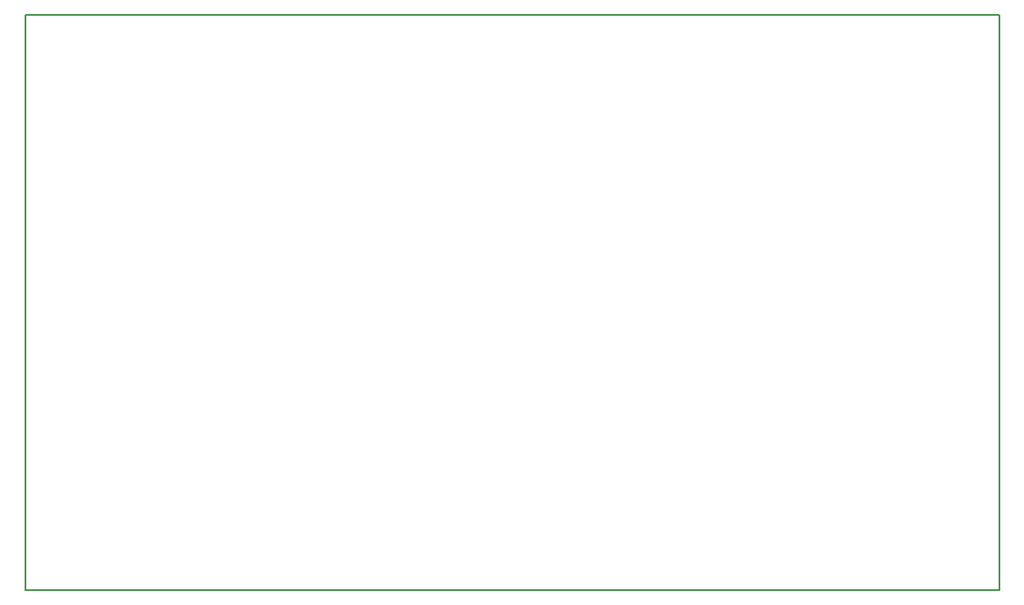
<source format=gbr>
G04 #@! TF.GenerationSoftware,KiCad,Pcbnew,(5.1.2)-1*
G04 #@! TF.CreationDate,2019-06-05T20:45:29-04:00*
G04 #@! TF.ProjectId,riser,72697365-722e-46b6-9963-61645f706362,rev?*
G04 #@! TF.SameCoordinates,Original*
G04 #@! TF.FileFunction,Profile,NP*
%FSLAX46Y46*%
G04 Gerber Fmt 4.6, Leading zero omitted, Abs format (unit mm)*
G04 Created by KiCad (PCBNEW (5.1.2)-1) date 2019-06-05 20:45:29*
%MOMM*%
%LPD*%
G04 APERTURE LIST*
%ADD10C,0.150000*%
G04 APERTURE END LIST*
D10*
X185000000Y-68000000D02*
X91000000Y-68000000D01*
X185000000Y-123500000D02*
X185000000Y-68000000D01*
X91000000Y-123500000D02*
X185000000Y-123500000D01*
X91000000Y-68000000D02*
X91000000Y-123500000D01*
M02*

</source>
